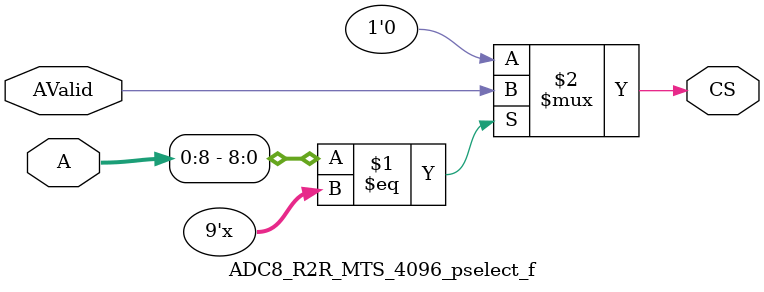
<source format=v>
`timescale 1 ps/1 ps

module ADC8_R2R_MTS_4096_pselect_f ( A, AValid, CS) ;

parameter C_AB  = 9;
parameter C_AW  = 32;
parameter [0:C_AW - 1] C_BAR =  'bz;
parameter C_FAMILY  = "nofamily";
input[0:C_AW-1] A; 
input AValid; 
output CS; 
wire CS;
parameter [0:C_AB-1]BAR = C_BAR[0:C_AB-1];

//----------------------------------------------------------------------------
// Build a behavioral decoder
//----------------------------------------------------------------------------
generate
if (C_AB > 0) begin : XST_WA
assign CS = (A[0:C_AB - 1] == BAR[0:C_AB - 1]) ? AValid : 1'b0 ;
end
endgenerate

generate
if (C_AB == 0) begin : PASS_ON_GEN
assign CS = AValid ;
end
endgenerate
endmodule

</source>
